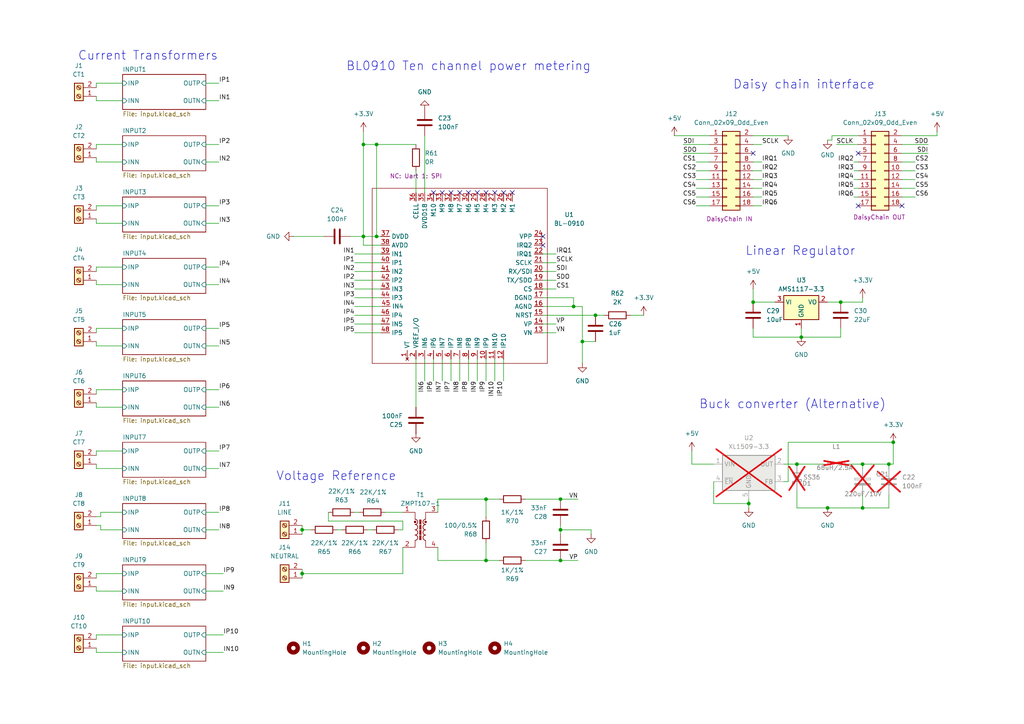
<source format=kicad_sch>
(kicad_sch (version 20231120) (generator "eeschema") (generator_version "8.0")
  (paper "A4")
  (lib_symbols
    (symbol "Connector:Screw_Terminal_01x02" (pin_names (offset 1.016) hide)
      (property "Reference" "J" (at 0 2.54 0))
      (property "Value" "Screw_Terminal_01x02" (at 0 -5.08 0))
      (symbol "Screw_Terminal_01x02_1_1"
        (pin passive line (at -5.08 0 0) (length 3.81) (name "Pin_1") (number "1"))
        (pin passive line (at -5.08 -2.54 0) (length 3.81) (name "Pin_2") (number "2"))
      )
    )
    (symbol "Connector_Generic:Conn_02x09_Odd_Even" (pin_names (offset 1.016) hide)
      (property "Reference" "J" (at 1.27 12.7 0))
      (property "Value" "Conn_02x09_Odd_Even" (at 1.27 -12.7 0))
      (symbol "Conn_02x09_Odd_Even_1_1"
        (pin passive line (at -5.08 10.16 0) (length 3.81) (name "Pin_1") (number "1"))
        (pin passive line (at 7.62 0 180) (length 3.81) (name "Pin_10") (number "10"))
        (pin passive line (at -5.08 -2.54 0) (length 3.81) (name "Pin_11") (number "11"))
        (pin passive line (at 7.62 -2.54 180) (length 3.81) (name "Pin_12") (number "12"))
        (pin passive line (at -5.08 -5.08 0) (length 3.81) (name "Pin_13") (number "13"))
        (pin passive line (at 7.62 -5.08 180) (length 3.81) (name "Pin_14") (number "14"))
        (pin passive line (at -5.08 -7.62 0) (length 3.81) (name "Pin_15") (number "15"))
        (pin passive line (at 7.62 -7.62 180) (length 3.81) (name "Pin_16") (number "16"))
        (pin passive line (at -5.08 -10.16 0) (length 3.81) (name "Pin_17") (number "17"))
        (pin passive line (at 7.62 -10.16 180) (length 3.81) (name "Pin_18") (number "18"))
        (pin passive line (at 7.62 10.16 180) (length 3.81) (name "Pin_2") (number "2"))
        (pin passive line (at -5.08 7.62 0) (length 3.81) (name "Pin_3") (number "3"))
        (pin passive line (at 7.62 7.62 180) (length 3.81) (name "Pin_4") (number "4"))
        (pin passive line (at -5.08 5.08 0) (length 3.81) (name "Pin_5") (number "5"))
        (pin passive line (at 7.62 5.08 180) (length 3.81) (name "Pin_6") (number "6"))
        (pin passive line (at -5.08 2.54 0) (length 3.81) (name "Pin_7") (number "7"))
        (pin passive line (at 7.62 2.54 180) (length 3.81) (name "Pin_8") (number "8"))
        (pin passive line (at -5.08 0 0) (length 3.81) (name "Pin_9") (number "9"))
      )
    )
    (symbol "Device:C" (pin_numbers hide) (pin_names (offset 0.254))
      (property "Reference" "C" (at 0.635 2.54 0))
      (property "Value" "C" (at 0.635 -2.54 0))
      (symbol "C_1_1"
        (pin passive line (at 0 3.81 270) (length 2.794) (name "~") (number "1"))
        (pin passive line (at 0 -3.81 90) (length 2.794) (name "~") (number "2"))
      )
    )
    (symbol "Device:C_Polarized" (pin_numbers hide) (pin_names (offset 0.254))
      (property "Reference" "C" (at 0.635 2.54 0))
      (property "Value" "C_Polarized" (at 0.635 -2.54 0))
      (symbol "C_Polarized_1_1"
        (pin passive line (at 0 3.81 270) (length 2.794) (name "~") (number "1"))
        (pin passive line (at 0 -3.81 90) (length 2.794) (name "~") (number "2"))
      )
    )
    (symbol "Device:L" (pin_numbers hide) (pin_names (offset 1.016) hide)
      (property "Reference" "L" (at -1.27 0 90))
      (property "Value" "L" (at 1.905 0 90))
      (symbol "L_1_1"
        (pin passive line (at 0 3.81 270) (length 1.27) (name "1") (number "1"))
        (pin passive line (at 0 -3.81 90) (length 1.27) (name "2") (number "2"))
      )
    )
    (symbol "Device:R" (pin_numbers hide) (pin_names (offset 0))
      (property "Reference" "R" (at 2.032 0 90))
      (property "Value" "R" (at 0 0 90))
      (symbol "R_1_1"
        (pin passive line (at 0 3.81 270) (length 1.27) (name "~") (number "1"))
        (pin passive line (at 0 -3.81 90) (length 1.27) (name "~") (number "2"))
      )
    )
    (symbol "Diode:SS36" (pin_numbers hide) (pin_names (offset 1.016) hide)
      (property "Reference" "D" (at 0 2.54 0))
      (property "Value" "SS36" (at 0 -2.54 0))
      (symbol "SS36_1_1"
        (pin passive line (at -3.81 0 0) (length 2.54) (name "K") (number "1"))
        (pin passive line (at 3.81 0 180) (length 2.54) (name "A") (number "2"))
      )
    )
    (symbol "MAS_Transformers:ZMPT107-1" (pin_names (offset 1.016))
      (property "Reference" "T" (at 0 6.35 0))
      (property "Value" "ZMPT107-1" (at 0 -6.985 0))
      (symbol "ZMPT107-1_1_1"
        (pin passive line (at -5.08 5.08 0) (length 2.54) (name "~") (number "1"))
        (pin passive line (at -5.08 -5.08 0) (length 2.54) (name "~") (number "2"))
        (pin passive line (at 5.08 5.08 180) (length 2.54) (name "~") (number "3"))
        (pin passive line (at 5.08 -5.08 180) (length 2.54) (name "~") (number "4"))
      )
    )
    (symbol "Mechanical:MountingHole" (pin_names (offset 1.016)) (exclude_from_sim yes) (in_bom no)
      (property "Reference" "H" (at 0 5.08 0))
      (property "Value" "MountingHole" (at 0 3.175 0))
    )
    (symbol "Regulator_Linear:AMS1117-3.3"
      (property "Reference" "U" (at -3.81 3.175 0))
      (property "Value" "AMS1117-3.3" (at 0 3.175 0))
      (symbol "AMS1117-3.3_1_1"
        (pin power_in line (at 0 -7.62 90) (length 2.54) (name "GND") (number "1"))
        (pin power_out line (at 7.62 0 180) (length 2.54) (name "VO") (number "2"))
        (pin power_in line (at -7.62 0 0) (length 2.54) (name "VI") (number "3"))
      )
    )
    (symbol "Regulator_Switching:XL1509-3.3"
      (property "Reference" "U" (at -7.112 6.096 0))
      (property "Value" "XL1509-3.3" (at 5.842 6.096 0))
      (symbol "XL1509-3.3_1_1"
        (pin power_in line (at -10.16 2.54 0) (length 2.54) (name "VIN") (number "1"))
        (pin power_out line (at 10.16 2.54 180) (length 2.54) (name "OUT") (number "2"))
        (pin input line (at 10.16 -2.54 180) (length 2.54) (name "FB") (number "3"))
        (pin input line (at -10.16 -2.54 0) (length 2.54) (name "~{EN}") (number "4"))
        (pin power_in line (at 0 -7.62 90) (length 2.54) (name "GND") (number "5"))
        (pin passive line (at 0 -7.62 90) (length 2.54) hide (name "GND") (number "6"))
        (pin passive line (at 0 -7.62 90) (length 2.54) hide (name "GND") (number "7"))
        (pin passive line (at 0 -7.62 90) (length 2.54) hide (name "GND") (number "8"))
      )
    )
    (symbol "bl-0910:BL0910"
      (property "Reference" "U" (at -0.254 -26.924 0))
      (property "Value" "BL-0910" (at 0 29.718 0))
      (symbol "BL0910_1_1"
        (pin no_connect line (at -15.24 -24.13 90) (length 2.54) (name "VT") (number "1"))
        (pin input line (at 7.62 -24.13 90) (length 2.54) (name "IP9") (number "10"))
        (pin input line (at 10.16 -24.13 90) (length 2.54) (name "IN10") (number "11"))
        (pin input line (at 12.7 -24.13 90) (length 2.54) (name "IP10") (number "12"))
        (pin input line (at 24.13 -16.51 180) (length 2.54) (name "VN") (number "13"))
        (pin input line (at 24.13 -13.97 180) (length 2.54) (name "VP") (number "14"))
        (pin input line (at 24.13 -11.43 180) (length 2.54) (name "NRST") (number "15"))
        (pin power_in line (at 24.13 -8.89 180) (length 2.54) (name "AGND") (number "16"))
        (pin power_in line (at 24.13 -6.35 180) (length 2.54) (name "DGND") (number "17"))
        (pin input line (at 24.13 -3.81 180) (length 2.54) (name "CS") (number "18"))
        (pin output line (at 24.13 -1.27 180) (length 2.54) (name "TX/SDO") (number "19"))
        (pin power_in line (at -12.7 -24.13 90) (length 2.54) (name "VREF_I/O") (number "2"))
        (pin input line (at 24.13 1.27 180) (length 2.54) (name "RX/SDI") (number "20"))
        (pin input line (at 24.13 3.81 180) (length 2.54) (name "SCLK") (number "21"))
        (pin output line (at 24.13 6.35 180) (length 2.54) (name "IRQ1") (number "22"))
        (pin output line (at 24.13 8.89 180) (length 2.54) (name "IRQ2") (number "23"))
        (pin power_in line (at 24.13 11.43 180) (length 2.54) (name "VPP") (number "24"))
        (pin output line (at 15.24 24.13 270) (length 2.54) (name "M1") (number "25"))
        (pin output line (at 12.7 24.13 270) (length 2.54) (name "M2") (number "26"))
        (pin output line (at 10.16 24.13 270) (length 2.54) (name "M3") (number "27"))
        (pin output line (at 7.62 24.13 270) (length 2.54) (name "M4") (number "28"))
        (pin output line (at 5.08 24.13 270) (length 2.54) (name "M5") (number "29"))
        (pin input line (at -10.16 -24.13 90) (length 2.54) (name "IN6") (number "3"))
        (pin output line (at 2.54 24.13 270) (length 2.54) (name "M6") (number "30"))
        (pin output line (at 0 24.13 270) (length 2.54) (name "M7") (number "31"))
        (pin output line (at -2.54 24.13 270) (length 2.54) (name "M8") (number "32"))
        (pin output line (at -5.08 24.13 270) (length 2.54) (name "M9") (number "33"))
        (pin output line (at -7.62 24.13 270) (length 2.54) (name "M10") (number "34"))
        (pin power_in line (at -10.16 24.13 270) (length 2.54) (name "DVDD18") (number "35"))
        (pin power_in line (at -12.7 24.13 270) (length 2.54) (name "CELL") (number "36"))
        (pin power_in line (at -22.86 11.43 0) (length 2.54) (name "DVDD") (number "37"))
        (pin power_in line (at -22.86 8.89 0) (length 2.54) (name "AVDD") (number "38"))
        (pin input line (at -22.86 6.35 0) (length 2.54) (name "IN1") (number "39"))
        (pin input line (at -7.62 -24.13 90) (length 2.54) (name "IP6") (number "4"))
        (pin input line (at -22.86 3.81 0) (length 2.54) (name "IP1") (number "40"))
        (pin input line (at -22.86 1.27 0) (length 2.54) (name "IN2") (number "41"))
        (pin input line (at -22.86 -1.27 0) (length 2.54) (name "IP2") (number "42"))
        (pin input line (at -22.86 -3.81 0) (length 2.54) (name "IN3") (number "43"))
        (pin input line (at -22.86 -6.35 0) (length 2.54) (name "IP3") (number "44"))
        (pin input line (at -22.6865 -8.8238 0) (length 2.54) (name "IN4") (number "45"))
        (pin input line (at -22.86 -11.43 0) (length 2.54) (name "IP4") (number "46"))
        (pin input line (at -22.86 -13.97 0) (length 2.54) (name "IN5") (number "47"))
        (pin input line (at -22.86 -16.51 0) (length 2.54) (name "IP5") (number "48"))
        (pin input line (at -5.08 -24.13 90) (length 2.54) (name "IN7") (number "5"))
        (pin input line (at -2.54 -24.13 90) (length 2.54) (name "IP7") (number "6"))
        (pin input line (at 0 -24.13 90) (length 2.54) (name "IN8") (number "7"))
        (pin input line (at 2.54 -24.13 90) (length 2.54) (name "IP8") (number "8"))
        (pin input line (at 5.08 -24.13 90) (length 2.54) (name "IN9") (number "9"))
      )
    )
    (symbol "power:+3.3V" (power) (pin_numbers hide) (pin_names (offset 0) hide)
      (property "Value" "+3.3V" (at 0 3.556 0))
      (symbol "+3.3V_1_1"
        (pin power_in line (at 0 0 90) (length 0) (name "~") (number "1"))
      )
    )
    (symbol "power:+5V" (power) (pin_numbers hide) (pin_names (offset 0) hide)
      (property "Value" "+5V" (at 0 3.556 0))
      (symbol "+5V_1_1"
        (pin power_in line (at 0 0 90) (length 0) (name "~") (number "1"))
      )
    )
    (symbol "power:GND" (power) (pin_numbers hide) (pin_names (offset 0) hide)
      (property "Value" "GND" (at 0 -3.81 0))
      (symbol "GND_1_1"
        (pin power_in line (at 0 0 270) (length 0) (name "~") (number "1"))
      )
    )
  )
  (junction (at 140.97 162.56))
  (junction (at 232.41 97.79))
  (junction (at 162.56 162.56))
  (junction (at 231.14 134.62))
  (junction (at 109.22 41.91))
  (junction (at 140.97 144.78))
  (junction (at 168.91 99.06))
  (junction (at 109.22 68.58))
  (junction (at 240.03 147.32))
  (junction (at 172.72 91.44))
  (junction (at 259.08 128.27))
  (junction (at 250.19 147.32))
  (junction (at 162.56 153.67))
  (junction (at 166.37 88.9))
  (junction (at 257.81 134.62))
  (junction (at 105.41 68.58))
  (junction (at 217.17 146.05))
  (junction (at 87.63 166.37))
  (junction (at 250.19 134.62))
  (junction (at 105.41 41.91))
  (junction (at 218.44 87.63))
  (junction (at 87.63 153.67))
  (junction (at 162.56 144.78))
  (junction (at 243.84 87.63))
  (no_connect (at 157.48 68.58))
  (no_connect (at 130.81 55.88))
  (no_connect (at 248.92 59.69))
  (no_connect (at 133.35 55.88))
  (no_connect (at 157.48 71.12))
  (no_connect (at 140.97 55.88))
  (no_connect (at 143.51 55.88))
  (no_connect (at 148.59 55.88))
  (no_connect (at 125.73 55.88))
  (no_connect (at 138.43 55.88))
  (no_connect (at 218.44 44.45))
  (no_connect (at 261.62 59.69))
  (no_connect (at 135.89 55.88))
  (no_connect (at 248.92 44.45))
  (no_connect (at 146.05 55.88))
  (no_connect (at 128.27 55.88))
  (wire (pts (xy 116.84 148.59) (xy 111.76 148.59)))
  (wire (pts (xy 261.62 49.53) (xy 265.43 49.53)))
  (wire (pts (xy 27.94 118.11) (xy 27.94 116.84)))
  (wire (pts (xy 27.94 29.21) (xy 35.56 29.21)))
  (wire (pts (xy 259.08 128.27) (xy 259.08 134.62)))
  (wire (pts (xy 261.62 46.99) (xy 265.43 46.99)))
  (wire (pts (xy 102.87 76.2) (xy 110.49 76.2)))
  (wire (pts (xy 27.94 135.89) (xy 27.94 134.62)))
  (wire (pts (xy 27.94 64.77) (xy 35.56 64.77)))
  (wire (pts (xy 97.79 153.67) (xy 99.06 153.67)))
  (wire (pts (xy 110.49 71.12) (xy 105.41 71.12)))
  (wire (pts (xy 231.14 147.32) (xy 231.14 142.24)))
  (wire (pts (xy 116.84 166.37) (xy 87.63 166.37)))
  (wire (pts (xy 127 148.59) (xy 127 144.78)))
  (wire (pts (xy 140.97 162.56) (xy 140.97 157.48)))
  (wire (pts (xy 218.44 87.63) (xy 224.79 87.63)))
  (wire (pts (xy 104.14 148.59) (xy 102.87 148.59)))
  (wire (pts (xy 157.48 76.2) (xy 161.29 76.2)))
  (wire (pts (xy 167.64 162.56) (xy 162.56 162.56)))
  (wire (pts (xy 144.78 144.78) (xy 140.97 144.78)))
  (wire (pts (xy 243.84 95.25) (xy 243.84 97.79)))
  (wire (pts (xy 201.93 57.15) (xy 205.74 57.15)))
  (wire (pts (xy 29.21 148.59) (xy 35.56 148.59)))
  (wire (pts (xy 167.64 144.78) (xy 162.56 144.78)))
  (wire (pts (xy 59.69 148.59) (xy 63.5 148.59)))
  (wire (pts (xy 195.58 39.37) (xy 205.74 39.37)))
  (wire (pts (xy 87.63 166.37) (xy 87.63 167.64)))
  (wire (pts (xy 115.57 153.67) (xy 116.84 153.67)))
  (wire (pts (xy 127 144.78) (xy 140.97 144.78)))
  (wire (pts (xy 218.44 59.69) (xy 220.98 59.69)))
  (wire (pts (xy 247.65 49.53) (xy 248.92 49.53)))
  (wire (pts (xy 59.69 100.33) (xy 63.5 100.33)))
  (wire (pts (xy 102.87 91.44) (xy 110.49 91.44)))
  (wire (pts (xy 123.19 55.88) (xy 123.19 39.37)))
  (wire (pts (xy 59.69 135.89) (xy 63.5 135.89)))
  (wire (pts (xy 261.62 39.37) (xy 271.78 39.37)))
  (wire (pts (xy 201.93 59.69) (xy 205.74 59.69)))
  (wire (pts (xy 102.87 81.28) (xy 110.49 81.28)))
  (wire (pts (xy 261.62 57.15) (xy 265.43 57.15)))
  (wire (pts (xy 27.94 95.25) (xy 35.56 95.25)))
  (wire (pts (xy 168.91 105.41) (xy 168.91 99.06)))
  (wire (pts (xy 172.72 91.44) (xy 175.26 91.44)))
  (wire (pts (xy 247.65 57.15) (xy 248.92 57.15)))
  (wire (pts (xy 27.94 81.28) (xy 27.94 82.55)))
  (wire (pts (xy 157.48 81.28) (xy 161.29 81.28)))
  (wire (pts (xy 157.48 73.66) (xy 161.29 73.66)))
  (wire (pts (xy 257.81 143.51) (xy 257.81 147.32)))
  (wire (pts (xy 231.14 147.32) (xy 240.03 147.32)))
  (wire (pts (xy 102.87 86.36) (xy 110.49 86.36)))
  (wire (pts (xy 29.21 149.86) (xy 27.94 149.86)))
  (wire (pts (xy 59.69 46.99) (xy 63.5 46.99)))
  (wire (pts (xy 87.63 165.1) (xy 87.63 166.37)))
  (wire (pts (xy 105.41 38.1) (xy 105.41 41.91)))
  (wire (pts (xy 27.94 113.03) (xy 27.94 114.3)))
  (wire (pts (xy 27.94 135.89) (xy 35.56 135.89)))
  (wire (pts (xy 271.78 39.37) (xy 271.78 38.1)))
  (wire (pts (xy 250.19 135.89) (xy 250.19 134.62)))
  (wire (pts (xy 250.19 143.51) (xy 250.19 147.32)))
  (wire (pts (xy 59.69 153.67) (xy 63.5 153.67)))
  (wire (pts (xy 59.69 59.69) (xy 63.5 59.69)))
  (wire (pts (xy 27.94 166.37) (xy 35.56 166.37)))
  (wire (pts (xy 144.78 162.56) (xy 140.97 162.56)))
  (wire (pts (xy 217.17 146.05) (xy 217.17 147.32)))
  (wire (pts (xy 261.62 54.61) (xy 265.43 54.61)))
  (wire (pts (xy 157.48 88.9) (xy 166.37 88.9)))
  (wire (pts (xy 207.01 139.7) (xy 207.01 146.05)))
  (wire (pts (xy 135.89 104.14) (xy 135.89 110.49)))
  (wire (pts (xy 87.63 152.4) (xy 87.63 153.67)))
  (wire (pts (xy 102.87 88.9) (xy 110.49 88.9)))
  (wire (pts (xy 109.22 68.58) (xy 109.22 41.91)))
  (wire (pts (xy 140.97 104.14) (xy 140.97 110.49)))
  (wire (pts (xy 250.19 147.32) (xy 257.81 147.32)))
  (wire (pts (xy 95.25 151.13) (xy 116.84 151.13)))
  (wire (pts (xy 217.17 144.78) (xy 217.17 146.05)))
  (wire (pts (xy 240.03 40.64) (xy 241.3 40.64)))
  (wire (pts (xy 102.87 83.82) (xy 110.49 83.82)))
  (wire (pts (xy 105.41 68.58) (xy 105.41 71.12)))
  (wire (pts (xy 128.27 104.14) (xy 128.27 110.49)))
  (wire (pts (xy 232.41 97.79) (xy 243.84 97.79)))
  (wire (pts (xy 59.69 171.45) (xy 64.77 171.45)))
  (wire (pts (xy 27.94 41.91) (xy 27.94 43.18)))
  (wire (pts (xy 201.93 54.61) (xy 205.74 54.61)))
  (wire (pts (xy 168.91 99.06) (xy 172.72 99.06)))
  (wire (pts (xy 106.68 153.67) (xy 107.95 153.67)))
  (wire (pts (xy 59.69 166.37) (xy 64.77 166.37)))
  (wire (pts (xy 116.84 151.13) (xy 116.84 153.67)))
  (wire (pts (xy 59.69 118.11) (xy 63.5 118.11)))
  (wire (pts (xy 247.65 52.07) (xy 248.92 52.07)))
  (wire (pts (xy 218.44 52.07) (xy 220.98 52.07)))
  (wire (pts (xy 59.69 130.81) (xy 63.5 130.81)))
  (wire (pts (xy 27.94 189.23) (xy 27.94 187.96)))
  (wire (pts (xy 120.65 49.53) (xy 120.65 55.88)))
  (wire (pts (xy 102.87 96.52) (xy 110.49 96.52)))
  (wire (pts (xy 105.41 41.91) (xy 109.22 41.91)))
  (wire (pts (xy 127 162.56) (xy 140.97 162.56)))
  (wire (pts (xy 59.69 184.15) (xy 64.77 184.15)))
  (wire (pts (xy 27.94 77.47) (xy 27.94 78.74)))
  (wire (pts (xy 182.88 91.44) (xy 186.69 91.44)))
  (wire (pts (xy 200.66 130.81) (xy 200.66 134.62)))
  (wire (pts (xy 29.21 148.59) (xy 29.21 149.86)))
  (wire (pts (xy 218.44 97.79) (xy 232.41 97.79)))
  (wire (pts (xy 59.69 189.23) (xy 64.77 189.23)))
  (wire (pts (xy 59.69 95.25) (xy 63.5 95.25)))
  (wire (pts (xy 105.41 41.91) (xy 105.41 68.58)))
  (wire (pts (xy 59.69 82.55) (xy 63.5 82.55)))
  (wire (pts (xy 157.48 91.44) (xy 172.72 91.44)))
  (wire (pts (xy 125.73 104.14) (xy 125.73 110.49)))
  (wire (pts (xy 27.94 166.37) (xy 27.94 167.64)))
  (wire (pts (xy 130.81 104.14) (xy 130.81 110.49)))
  (wire (pts (xy 27.94 64.77) (xy 27.94 63.5)))
  (wire (pts (xy 27.94 132.08) (xy 27.94 130.81)))
  (wire (pts (xy 231.14 134.62) (xy 238.76 134.62)))
  (wire (pts (xy 27.94 170.18) (xy 27.94 171.45)))
  (wire (pts (xy 171.45 153.67) (xy 171.45 154.94)))
  (wire (pts (xy 218.44 46.99) (xy 220.98 46.99)))
  (wire (pts (xy 120.65 104.14) (xy 120.65 118.11)))
  (wire (pts (xy 27.94 184.15) (xy 35.56 184.15)))
  (wire (pts (xy 247.65 46.99) (xy 248.92 46.99)))
  (wire (pts (xy 116.84 158.75) (xy 116.84 166.37)))
  (wire (pts (xy 27.94 29.21) (xy 27.94 27.94)))
  (wire (pts (xy 109.22 68.58) (xy 110.49 68.58)))
  (wire (pts (xy 227.33 134.62) (xy 231.14 134.62)))
  (wire (pts (xy 157.48 78.74) (xy 161.29 78.74)))
  (wire (pts (xy 228.6 128.27) (xy 259.08 128.27)))
  (wire (pts (xy 250.19 134.62) (xy 257.81 134.62)))
  (wire (pts (xy 27.94 46.99) (xy 35.56 46.99)))
  (wire (pts (xy 27.94 77.47) (xy 35.56 77.47)))
  (wire (pts (xy 232.41 95.25) (xy 232.41 97.79)))
  (wire (pts (xy 201.93 52.07) (xy 205.74 52.07)))
  (wire (pts (xy 27.94 171.45) (xy 35.56 171.45)))
  (wire (pts (xy 162.56 144.78) (xy 152.4 144.78)))
  (wire (pts (xy 90.17 153.67) (xy 87.63 153.67)))
  (wire (pts (xy 201.93 46.99) (xy 205.74 46.99)))
  (wire (pts (xy 257.81 135.89) (xy 257.81 134.62)))
  (wire (pts (xy 269.24 41.91) (xy 261.62 41.91)))
  (wire (pts (xy 29.21 153.67) (xy 35.56 153.67)))
  (wire (pts (xy 168.91 99.06) (xy 168.91 88.9)))
  (wire (pts (xy 87.63 153.67) (xy 87.63 154.94)))
  (wire (pts (xy 140.97 144.78) (xy 140.97 149.86)))
  (wire (pts (xy 59.69 64.77) (xy 63.5 64.77)))
  (wire (pts (xy 138.43 104.14) (xy 138.43 110.49)))
  (wire (pts (xy 247.65 54.61) (xy 248.92 54.61)))
  (wire (pts (xy 29.21 153.67) (xy 29.21 152.4)))
  (wire (pts (xy 146.05 104.14) (xy 146.05 110.49)))
  (wire (pts (xy 123.19 104.14) (xy 123.19 110.49)))
  (wire (pts (xy 157.48 83.82) (xy 161.29 83.82)))
  (wire (pts (xy 157.48 93.98) (xy 161.29 93.98)))
  (wire (pts (xy 200.66 134.62) (xy 207.01 134.62)))
  (wire (pts (xy 27.94 130.81) (xy 35.56 130.81)))
  (wire (pts (xy 198.12 44.45) (xy 205.74 44.45)))
  (wire (pts (xy 59.69 77.47) (xy 63.5 77.47)))
  (wire (pts (xy 102.87 78.74) (xy 110.49 78.74)))
  (wire (pts (xy 166.37 88.9) (xy 168.91 88.9)))
  (wire (pts (xy 246.38 134.62) (xy 250.19 134.62)))
  (wire (pts (xy 27.94 189.23) (xy 35.56 189.23)))
  (wire (pts (xy 102.87 93.98) (xy 110.49 93.98)))
  (wire (pts (xy 27.94 99.06) (xy 27.94 100.33)))
  (wire (pts (xy 127 158.75) (xy 127 162.56)))
  (wire (pts (xy 218.44 54.61) (xy 220.98 54.61)))
  (wire (pts (xy 218.44 49.53) (xy 220.98 49.53)))
  (wire (pts (xy 133.35 104.14) (xy 133.35 110.49)))
  (wire (pts (xy 257.81 134.62) (xy 259.08 134.62)))
  (wire (pts (xy 162.56 154.94) (xy 162.56 153.67)))
  (wire (pts (xy 157.48 96.52) (xy 161.29 96.52)))
  (wire (pts (xy 269.24 44.45) (xy 261.62 44.45)))
  (wire (pts (xy 59.69 29.21) (xy 63.5 29.21)))
  (wire (pts (xy 29.21 152.4) (xy 27.94 152.4)))
  (wire (pts (xy 27.94 118.11) (xy 35.56 118.11)))
  (wire (pts (xy 241.3 40.64) (xy 241.3 39.37)))
  (wire (pts (xy 59.69 113.03) (xy 63.5 113.03)))
  (wire (pts (xy 59.69 41.91) (xy 63.5 41.91)))
  (wire (pts (xy 27.94 100.33) (xy 35.56 100.33)))
  (wire (pts (xy 218.44 95.25) (xy 218.44 97.79)))
  (wire (pts (xy 101.6 68.58) (xy 105.41 68.58)))
  (wire (pts (xy 27.94 113.03) (xy 35.56 113.03)))
  (wire (pts (xy 105.41 68.58) (xy 109.22 68.58)))
  (wire (pts (xy 218.44 39.37) (xy 228.6 39.37)))
  (wire (pts (xy 228.6 139.7) (xy 228.6 128.27)))
  (wire (pts (xy 27.94 59.69) (xy 35.56 59.69)))
  (wire (pts (xy 207.01 146.05) (xy 217.17 146.05)))
  (wire (pts (xy 171.45 153.67) (xy 162.56 153.67)))
  (wire (pts (xy 157.48 86.36) (xy 166.37 86.36)))
  (wire (pts (xy 240.03 87.63) (xy 243.84 87.63)))
  (wire (pts (xy 93.98 68.58) (xy 85.09 68.58)))
  (wire (pts (xy 27.94 24.13) (xy 27.94 25.4)))
  (wire (pts (xy 143.51 104.14) (xy 143.51 110.49)))
  (wire (pts (xy 109.22 41.91) (xy 120.65 41.91)))
  (wire (pts (xy 27.94 41.91) (xy 35.56 41.91)))
  (wire (pts (xy 240.03 147.32) (xy 250.19 147.32)))
  (wire (pts (xy 27.94 95.25) (xy 27.94 96.52)))
  (wire (pts (xy 218.44 83.82) (xy 218.44 87.63)))
  (wire (pts (xy 162.56 153.67) (xy 162.56 152.4)))
  (wire (pts (xy 241.3 39.37) (xy 248.92 39.37)))
  (wire (pts (xy 242.57 41.91) (xy 248.92 41.91)))
  (wire (pts (xy 243.84 87.63) (xy 250.19 87.63)))
  (wire (pts (xy 27.94 82.55) (xy 35.56 82.55)))
  (wire (pts (xy 162.56 162.56) (xy 152.4 162.56)))
  (wire (pts (xy 59.69 24.13) (xy 63.5 24.13)))
  (wire (pts (xy 102.87 73.66) (xy 110.49 73.66)))
  (wire (pts (xy 27.94 60.96) (xy 27.94 59.69)))
  (wire (pts (xy 218.44 57.15) (xy 220.98 57.15)))
  (wire (pts (xy 166.37 86.36) (xy 166.37 88.9)))
  (wire (pts (xy 27.94 24.13) (xy 35.56 24.13)))
  (wire (pts (xy 198.12 41.91) (xy 205.74 41.91)))
  (wire (pts (xy 261.62 52.07) (xy 265.43 52.07)))
  (wire (pts (xy 27.94 45.72) (xy 27.94 46.99)))
  (wire (pts (xy 250.19 86.36) (xy 250.19 87.63)))
  (wire (pts (xy 201.93 49.53) (xy 205.74 49.53)))
  (wire (pts (xy 95.25 148.59) (xy 95.25 151.13)))
  (wire (pts (xy 218.44 41.91) (xy 220.98 41.91)))
  (wire (pts (xy 227.33 139.7) (xy 228.6 139.7)))
  (wire (pts (xy 27.94 184.15) (xy 27.94 185.42)))
  (text "Voltage Reference" (at 97.536 138.176 0) (effects (font (size 2.54 2.54))))
  (text "Buck converter (Alternative)" (at 229.87 117.348 0) (effects (font (size 2.54 2.54))))
  (text "Daisy chain interface" (at 233.172 24.638 0) (effects (font (size 2.54 2.54))))
  (text "Linear Regulator" (at 232.156 72.898 0) (effects (font (size 2.54 2.54))))
  (text "Current Transformers" (at 42.926 16.256 0) (effects (font (size 2.54 2.54))))
  (text "BL0910 Ten channel power metering" (at 135.89 19.304 0) (effects (font (size 2.54 2.54))))
  (label "IP3" (at 102.87 86.36 180))
  (label "IN2" (at 102.87 78.74 180))
  (label "CS1" (at 201.93 46.99 180))
  (label "IN7" (at 128.27 110.49 270))
  (label "SDO" (at 198.12 44.45 0))
  (label "IP10" (at 146.05 110.49 270))
  (label "IRQ1" (at 161.29 73.66 0))
  (label "IRQ2" (at 247.65 46.99 180))
  (label "IN9" (at 138.43 110.49 270))
  (label "IRQ5" (at 247.65 54.61 180))
  (label "IRQ3" (at 247.65 49.53 180))
  (label "IN3" (at 63.5 64.77 0))
  (label "SCLK" (at 161.29 76.2 0))
  (label "CS2" (at 201.93 49.53 180))
  (label "IP4" (at 102.87 91.44 180))
  (label "CS3" (at 201.93 52.07 180))
  (label "IN7" (at 63.5 135.89 0))
  (label "IP3" (at 63.5 59.69 0))
  (label "IN8" (at 133.35 110.49 270))
  (label "IRQ3" (at 220.98 52.07 0))
  (label "CS6" (at 201.93 59.69 180))
  (label "SDI" (at 161.29 78.74 0))
  (label "IP7" (at 63.5 130.81 0))
  (label "IRQ1" (at 220.98 46.99 0))
  (label "IP9" (at 140.97 110.49 270))
  (label "VN" (at 161.29 96.52 0))
  (label "IRQ6" (at 247.65 57.15 180))
  (label "VP" (at 161.29 93.98 0))
  (label "CS4" (at 265.43 52.07 0))
  (label "IN2" (at 63.5 46.99 0))
  (label "IP5" (at 102.87 96.52 180))
  (label "CS5" (at 265.43 54.61 0))
  (label "IN1" (at 63.5 29.21 0))
  (label "IN10" (at 64.77 189.23 0))
  (label "IP2" (at 102.87 81.28 180))
  (label "IP9" (at 64.77 166.37 0))
  (label "IN1" (at 102.87 73.66 180))
  (label "IP8" (at 135.89 110.49 270))
  (label "IP4" (at 63.5 77.47 0))
  (label "IRQ2" (at 220.98 49.53 0))
  (label "SCLK" (at 220.98 41.91 0))
  (label "IP8" (at 63.5 148.59 0))
  (label "VN" (at 167.64 144.78 180))
  (label "IP6" (at 63.5 113.03 0))
  (label "SDO" (at 161.29 81.28 0))
  (label "IN4" (at 63.5 82.55 0))
  (label "CS1" (at 161.29 83.82 0))
  (label "SDO" (at 269.24 41.91 180))
  (label "IP7" (at 130.81 110.49 270))
  (label "IN8" (at 63.5 153.67 0))
  (label "CS2" (at 265.43 46.99 0))
  (label "IP5" (at 102.87 93.98 180))
  (label "IN6" (at 63.5 118.11 0))
  (label "IP6" (at 125.73 110.49 270))
  (label "IRQ4" (at 220.98 54.61 0))
  (label "IP2" (at 63.5 41.91 0))
  (label "IN6" (at 123.19 110.49 270))
  (label "CS6" (at 265.43 57.15 0))
  (label "SDI" (at 269.24 44.45 180))
  (label "IN4" (at 102.87 88.9 180))
  (label "IRQ5" (at 220.98 57.15 0))
  (label "IRQ6" (at 220.98 59.69 0))
  (label "CS5" (at 201.93 57.15 180))
  (label "IP10" (at 64.77 184.15 0))
  (label "IP1" (at 63.5 24.13 0))
  (label "CS3" (at 265.43 49.53 0))
  (label "IN3" (at 102.87 83.82 180))
  (label "SDI" (at 198.12 41.91 0))
  (label "CS4" (at 201.93 54.61 180))
  (label "VP" (at 167.64 162.56 180))
  (label "IP1" (at 102.87 76.2 180))
  (label "IP5" (at 63.5 95.25 0))
  (label "IN9" (at 64.77 171.45 0))
  (label "SCLK" (at 242.57 41.91 0))
  (label "IN5" (at 63.5 100.33 0))
  (label "IRQ4" (at 247.65 52.07 180))
  (label "IN10" (at 143.51 110.49 270))
  (symbol (lib_id "Mechanical:MountingHole") (at 143.51 187.96 0) (unit 1) (exclude_from_sim yes) (in_bom no)
    (property "Reference" "H4" (at 146.05 186.6899 0) (effects (justify left)))
    (property "Value" "MountingHole" (at 146.05 189.2299 0) (effects (justify left)))
    (property "Footprint" "MountingHole:MountingHole_2.2mm_M2_Pad" (effects (hide yes)))
    (property "Description" "Mounting Hole without connection" (effects (hide yes)))
  )
  (symbol (lib_id "Connector:Screw_Terminal_01x02") (at 82.55 167.64 180) (unit 1)
    (property "Reference" "J14" (at 82.55 158.75 0))
    (property "Value" "NEUTRAL" (at 82.55 161.29 0))
    (property "Footprint" "TerminalBlock_Phoenix:TerminalBlock_Phoenix_MKDS-1,5-2_1x02_P5.00mm_Horizontal" (effects (hide yes)))
    (property "Description" "Generic screw terminal, single row, 01x02, script generated (kicad-library-utils/schlib/autogen/connector/)" (effects (hide yes)))
  )
  (symbol (lib_id "power:+3.3V") (at 259.08 128.27 0) (unit 1)
    (property "Reference" "#PWR022" (effects (hide yes)))
    (property "Value" "+3.3V" (at 259.08 123.19 0))
    (property "Description" "Power symbol creates a global label with name \"+3.3V\"" (effects (hide yes)))
  )
  (symbol (lib_id "power:GND") (at 85.09 68.58 270) (unit 1)
    (property "Reference" "#PWR027" (effects (hide yes)))
    (property "Value" "GND" (at 81.28 68.5799 90) (effects (justify right)))
    (property "Description" "Power symbol creates a global label with name \"GND\" , ground" (effects (hide yes)))
  )
  (symbol (lib_id "Device:C") (at 172.72 95.25 0) (unit 1)
    (property "Reference" "C26" (at 176.53 93.9799 0) (effects (justify left)))
    (property "Value" "1uF" (at 176.53 96.5199 0) (effects (justify left)))
    (property "Footprint" "Capacitor_SMD:C_0603_1608Metric" (effects (hide yes)))
    (property "Description" "Unpolarized capacitor" (effects (hide yes)))
  )
  (symbol (lib_id "MAS_Transformers:ZMPT107-1") (at 121.92 153.67 0) (unit 1)
    (property "Reference" "T1" (at 121.92 143.51 0))
    (property "Value" "ZMPT107-1" (at 121.92 146.05 0))
    (property "Footprint" "MAS_Package_nostd:ZMPT107-1" (effects (hide yes)))
    (property "Datasheet" "https://datasheet.lcsc.com/szlcsc/1810261622_Qingxian-Zeming-Langxi-Elec-ZMPT107-1_C125191.pdf" (effects (hide yes)))
    (property "Description" "Current-type voltage transformer" (effects (hide yes)))
  )
  (symbol (lib_id "power:+5V") (at 271.78 38.1 0) (unit 1)
    (property "Reference" "#PWR035" (effects (hide yes)))
    (property "Value" "+5V" (at 271.78 33.02 0))
    (property "Description" "Power symbol creates a global label with name \"+5V\"" (effects (hide yes)))
  )
  (symbol (lib_id "Device:R") (at 111.76 153.67 270) (unit 1)
    (property "Reference" "R67" (at 111.76 160.02 90))
    (property "Value" "22K/1%" (at 111.76 157.48 90))
    (property "Footprint" "Resistor_SMD:R_0603_1608Metric" (effects (hide yes)))
    (property "Description" "Resistor" (effects (hide yes)))
  )
  (symbol (lib_id "Device:C_Polarized") (at 250.19 139.7 0) (unit 1) (exclude_from_sim yes) (in_bom no) (dnp yes)
    (property "Reference" "C21" (at 254 137.5409 0) (effects (justify left)))
    (property "Value" "220uF/10V" (at 244.856 143.256 0) (effects (justify left)))
    (property "Description" "Polarized capacitor" (effects (hide yes)))
  )
  (symbol (lib_id "Connector:Screw_Terminal_01x02") (at 22.86 99.06 180) (unit 1)
    (property "Reference" "J5" (at 22.86 90.17 0))
    (property "Value" "CT5" (at 22.86 92.71 0))
    (property "Footprint" "TerminalBlock_Phoenix:TerminalBlock_Phoenix_MKDS-1,5-2_1x02_P5.00mm_Horizontal" (effects (hide yes)))
    (property "Description" "Generic screw terminal, single row, 01x02, script generated (kicad-library-utils/schlib/autogen/connector/)" (effects (hide yes)))
  )
  (symbol (lib_id "Device:R") (at 120.65 45.72 0) (unit 1)
    (property "Reference" "R61" (at 123.19 44.4499 0) (effects (justify left)))
    (property "Value" "0R" (at 123.19 46.9899 0) (effects (justify left)))
    (property "Footprint" "Resistor_SMD:R_0603_1608Metric" (effects (hide yes)))
    (property "Description" "NC: Uart 1: SPI" (at 120.65 51.054 0))
  )
  (symbol (lib_id "Mechanical:MountingHole") (at 105.41 187.96 0) (unit 1) (exclude_from_sim yes) (in_bom no)
    (property "Reference" "H2" (at 107.95 186.6899 0) (effects (justify left)))
    (property "Value" "MountingHole" (at 107.95 189.2299 0) (effects (justify left)))
    (property "Footprint" "MountingHole:MountingHole_2.2mm_M2_Pad" (effects (hide yes)))
    (property "Description" "Mounting Hole without connection" (effects (hide yes)))
  )
  (symbol (lib_id "Connector:Screw_Terminal_01x02") (at 22.86 152.4 180) (unit 1)
    (property "Reference" "J8" (at 22.86 143.51 0))
    (property "Value" "CT8" (at 22.86 146.05 0))
    (property "Footprint" "TerminalBlock_Phoenix:TerminalBlock_Phoenix_MKDS-1,5-2_1x02_P5.00mm_Horizontal" (effects (hide yes)))
    (property "Description" "Generic screw terminal, single row, 01x02, script generated (kicad-library-utils/schlib/autogen/connector/)" (effects (hide yes)))
  )
  (symbol (lib_id "Connector:Screw_Terminal_01x02") (at 22.86 27.94 180) (unit 1)
    (property "Reference" "J1" (at 22.86 19.05 0))
    (property "Value" "CT1" (at 22.86 21.59 0))
    (property "Footprint" "TerminalBlock_Phoenix:TerminalBlock_Phoenix_MKDS-1,5-2_1x02_P5.00mm_Horizontal" (effects (hide yes)))
    (property "Description" "Generic screw terminal, single row, 01x02, script generated (kicad-library-utils/schlib/autogen/connector/)" (effects (hide yes)))
  )
  (symbol (lib_id "Device:R") (at 140.97 153.67 0) (unit 1)
    (property "Reference" "R68" (at 138.43 154.9401 0) (effects (justify right)))
    (property "Value" "100/0.5%" (at 138.43 152.4001 0) (effects (justify right)))
    (property "Footprint" "Resistor_SMD:R_0603_1608Metric" (effects (hide yes)))
    (property "Description" "Resistor" (effects (hide yes)))
  )
  (symbol (lib_id "Connector:Screw_Terminal_01x02") (at 22.86 116.84 180) (unit 1)
    (property "Reference" "J6" (at 22.86 107.95 0))
    (property "Value" "CT6" (at 22.86 110.49 0))
    (property "Footprint" "TerminalBlock_Phoenix:TerminalBlock_Phoenix_MKDS-1,5-2_1x02_P5.00mm_Horizontal" (effects (hide yes)))
    (property "Description" "Generic screw terminal, single row, 01x02, script generated (kicad-library-utils/schlib/autogen/connector/)" (effects (hide yes)))
  )
  (symbol (lib_id "power:GND") (at 171.45 154.94 0) (unit 1)
    (property "Reference" "#PWR031" (effects (hide yes)))
    (property "Value" "GND" (at 171.45 160.02 0))
    (property "Description" "Power symbol creates a global label with name \"GND\" , ground" (effects (hide yes)))
  )
  (symbol (lib_id "power:GND") (at 120.65 125.73 0) (unit 1)
    (property "Reference" "#PWR028" (effects (hide yes)))
    (property "Value" "GND" (at 120.65 130.81 0))
    (property "Description" "Power symbol creates a global label with name \"GND\" , ground" (effects (hide yes)))
  )
  (symbol (lib_id "power:GND") (at 123.19 31.75 180) (unit 1)
    (property "Reference" "#PWR026" (effects (hide yes)))
    (property "Value" "GND" (at 123.19 26.67 0))
    (property "Description" "Power symbol creates a global label with name \"GND\" , ground" (effects (hide yes)))
  )
  (symbol (lib_id "Connector:Screw_Terminal_01x02") (at 22.86 170.18 180) (unit 1)
    (property "Reference" "J9" (at 22.86 161.29 0))
    (property "Value" "CT9" (at 22.86 163.83 0))
    (property "Footprint" "TerminalBlock_Phoenix:TerminalBlock_Phoenix_MKDS-1,5-2_1x02_P5.00mm_Horizontal" (effects (hide yes)))
    (property "Description" "Generic screw terminal, single row, 01x02, script generated (kicad-library-utils/schlib/autogen/connector/)" (effects (hide yes)))
  )
  (symbol (lib_id "Connector:Screw_Terminal_01x02") (at 22.86 63.5 180) (unit 1)
    (property "Reference" "J3" (at 22.86 54.61 0))
    (property "Value" "CT3" (at 22.86 57.15 0))
    (property "Footprint" "TerminalBlock_Phoenix:TerminalBlock_Phoenix_MKDS-1,5-2_1x02_P5.00mm_Horizontal" (effects (hide yes)))
    (property "Description" "Generic screw terminal, single row, 01x02, script generated (kicad-library-utils/schlib/autogen/connector/)" (effects (hide yes)))
  )
  (symbol (lib_id "Regulator_Switching:XL1509-3.3") (at 217.17 137.16 0) (unit 1) (exclude_from_sim yes) (in_bom no) (dnp yes)
    (property "Reference" "U2" (at 217.17 127 0))
    (property "Value" "XL1509-3.3" (at 217.17 129.54 0))
    (property "Footprint" "Package_SO:SOIC-8_3.9x4.9mm_P1.27mm" (effects (hide yes)))
    (property "Datasheet" "https://datasheet.lcsc.com/lcsc/1809050422_XLSEMI-XL1509-5-0E1_C61063.pdf" (effects (hide yes)))
    (property "Description" "Buck DC/DC Converter, 2A, 3.3V Output Voltage, 4.5-40V Input Voltage" (effects (hide yes)))
    (property "JLCPCB" "C61063" (effects (hide yes)))
  )
  (symbol (lib_id "Device:C") (at 97.79 68.58 90) (unit 1)
    (property "Reference" "C24" (at 97.79 60.96 90))
    (property "Value" "100nF" (at 97.79 63.5 90))
    (property "Footprint" "Capacitor_SMD:C_0603_1608Metric" (effects (hide yes)))
    (property "Description" "Unpolarized capacitor" (effects (hide yes)))
  )
  (symbol (lib_id "power:GND") (at 168.91 105.41 0) (unit 1)
    (property "Reference" "#PWR029" (effects (hide yes)))
    (property "Value" "GND" (at 168.91 110.49 0))
    (property "Description" "Power symbol creates a global label with name \"GND\" , ground" (effects (hide yes)))
  )
  (symbol (lib_id "Device:R") (at 179.07 91.44 90) (unit 1)
    (property "Reference" "R62" (at 179.07 85.09 90))
    (property "Value" "2K" (at 179.07 87.63 90))
    (property "Footprint" "Resistor_SMD:R_0603_1608Metric" (effects (hide yes)))
    (property "Description" "Resistor" (effects (hide yes)))
  )
  (symbol (lib_id "power:+5V") (at 200.66 130.81 0) (unit 1)
    (property "Reference" "#PWR037" (effects (hide yes)))
    (property "Value" "+5V" (at 200.66 125.73 0))
    (property "Description" "Power symbol creates a global label with name \"+5V\"" (effects (hide yes)))
  )
  (symbol (lib_id "Device:C") (at 218.44 91.44 0) (unit 1)
    (property "Reference" "C29" (at 222.25 90.1699 0) (effects (justify left)))
    (property "Value" "10uF" (at 222.25 92.7099 0) (effects (justify left)))
    (property "Footprint" "Capacitor_SMD:C_0603_1608Metric" (effects (hide yes)))
    (property "Description" "Unpolarized capacitor" (effects (hide yes)))
  )
  (symbol (lib_id "Device:C") (at 120.65 121.92 180) (unit 1)
    (property "Reference" "C25" (at 116.84 123.1901 0) (effects (justify left)))
    (property "Value" "100nF" (at 116.84 120.6501 0) (effects (justify left)))
    (property "Footprint" "Capacitor_SMD:C_0603_1608Metric" (effects (hide yes)))
    (property "Description" "Unpolarized capacitor" (effects (hide yes)))
  )
  (symbol (lib_id "Connector:Screw_Terminal_01x02") (at 82.55 154.94 180) (unit 1)
    (property "Reference" "J11" (at 82.55 146.05 0))
    (property "Value" "LINE" (at 82.55 148.59 0))
    (property "Footprint" "TerminalBlock_Phoenix:TerminalBlock_Phoenix_MKDS-1,5-2_1x02_P5.00mm_Horizontal" (effects (hide yes)))
    (property "Description" "Generic screw terminal, single row, 01x02, script generated (kicad-library-utils/schlib/autogen/connector/)" (effects (hide yes)))
  )
  (symbol (lib_id "Device:R") (at 148.59 162.56 90) (unit 1)
    (property "Reference" "R69" (at 148.59 167.894 90))
    (property "Value" "1K/1%" (at 148.59 165.354 90))
    (property "Footprint" "Resistor_SMD:R_0603_1608Metric" (effects (hide yes)))
    (property "Description" "Resistor" (effects (hide yes)))
  )
  (symbol (lib_id "Connector:Screw_Terminal_01x02") (at 22.86 187.96 180) (unit 1)
    (property "Reference" "J10" (at 22.86 179.07 0))
    (property "Value" "CT10" (at 22.86 181.61 0))
    (property "Footprint" "TerminalBlock_Phoenix:TerminalBlock_Phoenix_MKDS-1,5-2_1x02_P5.00mm_Horizontal" (effects (hide yes)))
    (property "Description" "Generic screw terminal, single row, 01x02, script generated (kicad-library-utils/schlib/autogen/connector/)" (effects (hide yes)))
  )
  (symbol (lib_id "power:+3.3V") (at 250.19 86.36 0) (unit 1)
    (property "Reference" "#PWR034" (effects (hide yes)))
    (property "Value" "+3.3V" (at 250.19 81.28 0))
    (property "Description" "Power symbol creates a global label with name \"+3.3V\"" (effects (hide yes)))
  )
  (symbol (lib_id "power:+3.3V") (at 186.69 91.44 0) (unit 1)
    (property "Reference" "#PWR030" (effects (hide yes)))
    (property "Value" "+3.3V" (at 186.69 86.36 0))
    (property "Description" "Power symbol creates a global label with name \"+3.3V\"" (effects (hide yes)))
  )
  (symbol (lib_id "Device:R") (at 102.87 153.67 270) (unit 1)
    (property "Reference" "R66" (at 102.87 160.02 90))
    (property "Value" "22K/1%" (at 102.87 157.48 90))
    (property "Footprint" "Resistor_SMD:R_0603_1608Metric" (effects (hide yes)))
    (property "Description" "Resistor" (effects (hide yes)))
  )
  (symbol (lib_id "Connector_Generic:Conn_02x09_Odd_Even") (at 254 49.53 0) (unit 1)
    (property "Reference" "J13" (at 255.27 33.02 0))
    (property "Value" "Conn_02x09_Odd_Even" (at 255.27 35.56 0))
    (property "Footprint" "Connector_PinHeader_2.54mm:PinHeader_2x09_P2.54mm_Vertical" (effects (hide yes)))
    (property "Description" "DaisyChain OUT" (at 255.016 62.992 0))
  )
  (symbol (lib_id "Device:R") (at 99.06 148.59 270) (unit 1)
    (property "Reference" "R63" (at 99.06 145.034 90))
    (property "Value" "22K/1%" (at 99.06 142.494 90))
    (property "Footprint" "Resistor_SMD:R_0603_1608Metric" (effects (hide yes)))
    (property "Description" "Resistor" (effects (hide yes)))
  )
  (symbol (lib_id "Device:R") (at 107.95 148.59 270) (unit 1)
    (property "Reference" "R64" (at 108.204 145.288 90))
    (property "Value" "22K/1%" (at 108.204 142.748 90))
    (property "Footprint" "Resistor_SMD:R_0603_1608Metric" (effects (hide yes)))
    (property "Description" "Resistor" (effects (hide yes)))
  )
  (symbol (lib_id "bl-0910:BL0910") (at 133.35 80.01 0) (unit 1)
    (property "Reference" "U1" (at 165.1 62.2614 0))
    (property "Value" "BL-0910" (at 165.1 64.8014 0))
    (property "Footprint" "Package_QFP:LQFP-48_7x7mm_P0.5mm" (effects (hide yes)))
    (property "Datasheet" "https://www.lcsc.com/datasheet/lcsc_datasheet_2202132000_BL-Shanghai-Belling-BL0910_C2841006.pdf" (effects (hide yes)))
  )
  (symbol (lib_id "Connector:Screw_Terminal_01x02") (at 22.86 81.28 180) (unit 1)
    (property "Reference" "J4" (at 22.86 72.39 0))
    (property "Value" "CT4" (at 22.86 74.93 0))
    (property "Footprint" "TerminalBlock_Phoenix:TerminalBlock_Phoenix_MKDS-1,5-2_1x02_P5.00mm_Horizontal" (effects (hide yes)))
    (property "Description" "Generic screw terminal, single row, 01x02, script generated (kicad-library-utils/schlib/autogen/connector/)" (effects (hide yes)))
  )
  (symbol (lib_id "power:GND") (at 240.03 147.32 0) (unit 1)
    (property "Reference" "#PWR023" (effects (hide yes)))
    (property "Value" "GND" (at 240.03 152.4 0))
    (property "Description" "Power symbol creates a global label with name \"GND\" , ground" (effects (hide yes)))
  )
  (symbol (lib_id "power:+5V") (at 195.58 39.37 0) (unit 1)
    (property "Reference" "#PWR024" (effects (hide yes)))
    (property "Value" "+5V" (at 195.58 34.29 0))
    (property "Description" "Power symbol creates a global label with name \"+5V\"" (effects (hide yes)))
  )
  (symbol (lib_id "Connector:Screw_Terminal_01x02") (at 22.86 134.62 180) (unit 1)
    (property "Reference" "J7" (at 22.86 125.73 0))
    (property "Value" "CT7" (at 22.86 128.27 0))
    (property "Footprint" "TerminalBlock_Phoenix:TerminalBlock_Phoenix_MKDS-1,5-2_1x02_P5.00mm_Horizontal" (effects (hide yes)))
    (property "Description" "Generic screw terminal, single row, 01x02, script generated (kicad-library-utils/schlib/autogen/connector/)" (effects (hide yes)))
  )
  (symbol (lib_id "Mechanical:MountingHole") (at 85.09 187.96 0) (unit 1) (exclude_from_sim yes) (in_bom no)
    (property "Reference" "H1" (at 87.63 186.6899 0) (effects (justify left)))
    (property "Value" "MountingHole" (at 87.63 189.2299 0) (effects (justify left)))
    (property "Footprint" "MountingHole:MountingHole_2.2mm_M2_Pad" (effects (hide yes)))
    (property "Description" "Mounting Hole without connection" (effects (hide yes)))
  )
  (symbol (lib_id "Regulator_Linear:AMS1117-3.3") (at 232.41 87.63 0) (unit 1)
    (property "Reference" "U3" (at 232.41 81.28 0))
    (property "Value" "AMS1117-3.3" (at 232.41 83.82 0))
    (property "Footprint" "Package_TO_SOT_SMD:SOT-223-3_TabPin2" (effects (hide yes)))
    (property "Datasheet" "http://www.advanced-monolithic.com/pdf/ds1117.pdf" (effects (hide yes)))
    (property "Description" "1A Low Dropout regulator, positive, 3.3V fixed output, SOT-223" (effects (hide yes)))
  )
  (symbol (lib_id "Device:C") (at 243.84 91.44 0) (unit 1)
    (property "Reference" "C30" (at 247.65 90.1699 0) (effects (justify left)))
    (property "Value" "22uF" (at 247.65 92.7099 0) (effects (justify left)))
    (property "Footprint" "Capacitor_SMD:C_0603_1608Metric" (effects (hide yes)))
    (property "Description" "Unpolarized capacitor" (effects (hide yes)))
  )
  (symbol (lib_id "Connector_Generic:Conn_02x09_Odd_Even") (at 210.82 49.53 0) (unit 1)
    (property "Reference" "J12" (at 212.09 33.02 0))
    (property "Value" "Conn_02x09_Odd_Even" (at 212.09 35.56 0))
    (property "Footprint" "Connector_PinHeader_2.54mm:PinHeader_2x09_P2.54mm_Vertical" (effects (hide yes)))
    (property "Description" "DaisyChain IN" (at 211.582 63.5 0))
  )
  (symbol (lib_id "Diode:SS36") (at 231.14 138.43 90) (unit 1) (exclude_from_sim yes) (in_bom no) (dnp yes)
    (property "Reference" "D1" (at 232.664 140.208 90) (effects (justify right)))
    (property "Value" "SS36" (at 232.918 138.43 90) (effects (justify right)))
    (property "Footprint" "Diode_SMD:D_SMA" (effects (hide yes)))
    (property "Datasheet" "https://www.vishay.com/docs/88751/ss32.pdf" (effects (hide yes)))
    (property "Description" "60V 3A Schottky Diode, SMA" (effects (hide yes)))
  )
  (symbol (lib_id "power:GND") (at 217.17 147.32 0) (unit 1)
    (property "Reference" "#PWR021" (effects (hide yes)))
    (property "Value" "GND" (at 217.17 152.4 0))
    (property "Description" "Power symbol creates a global label with name \"GND\" , ground" (effects (hide yes)))
  )
  (symbol (lib_id "Mechanical:MountingHole") (at 124.46 187.96 0) (unit 1) (exclude_from_sim yes) (in_bom no)
    (property "Reference" "H3" (at 127 186.6899 0) (effects (justify left)))
    (property "Value" "MountingHole" (at 127 189.2299 0) (effects (justify left)))
    (property "Footprint" "MountingHole:MountingHole_2.2mm_M2_Pad" (effects (hide yes)))
    (property "Description" "Mounting Hole without connection" (effects (hide yes)))
  )
  (symbol (lib_id "Device:R") (at 148.59 144.78 90) (unit 1)
    (property "Reference" "R70" (at 148.59 151.13 90))
    (property "Value" "1K/1%" (at 148.59 148.59 90))
    (property "Footprint" "Resistor_SMD:R_0603_1608Metric" (effects (hide yes)))
    (property "Description" "Resistor" (effects (hide yes)))
  )
  (symbol (lib_id "Device:C") (at 162.56 148.59 180) (unit 1)
    (property "Reference" "C28" (at 158.75 149.8601 0) (effects (justify left)))
    (property "Value" "33nF" (at 158.75 147.3201 0) (effects (justify left)))
    (property "Footprint" "Capacitor_SMD:C_0603_1608Metric" (effects (hide yes)))
    (property "Description" "Unpolarized capacitor" (effects (hide yes)))
  )
  (symbol (lib_id "Connector:Screw_Terminal_01x02") (at 22.86 45.72 180) (unit 1)
    (property "Reference" "J2" (at 22.86 36.83 0))
    (property "Value" "CT2" (at 22.86 39.37 0))
    (property "Footprint" "TerminalBlock_Phoenix:TerminalBlock_Phoenix_MKDS-1,5-2_1x02_P5.00mm_Horizontal" (effects (hide yes)))
    (property "Description" "Generic screw terminal, single row, 01x02, script generated (kicad-library-utils/schlib/autogen/connector/)" (effects (hide yes)))
  )
  (symbol (lib_id "Device:C") (at 123.19 35.56 0) (unit 1)
    (property "Reference" "C23" (at 127 34.2899 0) (effects (justify left)))
    (property "Value" "100nF" (at 127 36.8299 0) (effects (justify left)))
    (property "Footprint" "Capacitor_SMD:C_0603_1608Metric" (effects (hide yes)))
    (property "Description" "Unpolarized capacitor" (effects (hide yes)))
  )
  (symbol (lib_id "power:GND") (at 232.41 97.79 0) (unit 1)
    (property "Reference" "#PWR033" (effects (hide yes)))
    (property "Value" "GND" (at 232.41 102.87 0))
    (property "Description" "Power symbol creates a global label with name \"GND\" , ground" (effects (hide yes)))
  )
  (symbol (lib_id "Device:R") (at 93.98 153.67 270) (unit 1)
    (property "Reference" "R65" (at 93.98 160.02 90))
    (property "Value" "22K/1%" (at 93.98 157.48 90))
    (property "Footprint" "Resistor_SMD:R_0603_1608Metric" (effects (hide yes)))
    (property "Description" "Resistor" (effects (hide yes)))
  )
  (symbol (lib_id "Device:C") (at 162.56 158.75 180) (unit 1)
    (property "Reference" "C27" (at 158.75 160.0201 0) (effects (justify left)))
    (property "Value" "33nF" (at 158.75 157.4801 0) (effects (justify left)))
    (property "Footprint" "Capacitor_SMD:C_0603_1608Metric" (effects (hide yes)))
    (property "Description" "Unpolarized capacitor" (effects (hide yes)))
  )
  (symbol (lib_id "power:+3.3V") (at 105.41 38.1 0) (unit 1)
    (property "Reference" "#PWR025" (effects (hide yes)))
    (property "Value" "+3.3V" (at 105.41 33.02 0))
    (property "Description" "Power symbol creates a global label with name \"+3.3V\"" (effects (hide yes)))
  )
  (symbol (lib_id "Device:L") (at 242.57 134.62 90) (unit 1) (exclude_from_sim yes) (in_bom no) (dnp yes)
    (property "Reference" "L1" (at 242.57 129.54 90))
    (property "Value" "68uH/2.5A" (at 242.062 135.636 90))
    (property "Description" "Inductor" (effects (hide yes)))
  )
  (symbol (lib_id "power:GND") (at 240.03 40.64 0) (unit 1)
    (property "Reference" "#PWR038" (effects (hide yes)))
    (property "Value" "GND" (at 240.03 44.958 0))
    (property "Description" "Power symbol creates a global label with name \"GND\" , ground" (effects (hide yes)))
  )
  (symbol (lib_id "power:+5V") (at 218.44 83.82 0) (unit 1)
    (property "Reference" "#PWR032" (effects (hide yes)))
    (property "Value" "+5V" (at 218.44 78.74 0))
    (property "Description" "Power symbol creates a global label with name \"+5V\"" (effects (hide yes)))
  )
  (symbol (lib_id "power:GND") (at 228.6 39.37 0) (unit 1)
    (property "Reference" "#PWR036" (effects (hide yes)))
    (property "Value" "GND" (at 228.6 44.45 0))
    (property "Description" "Power symbol creates a global label with name \"GND\" , ground" (effects (hide yes)))
  )
  (symbol (lib_id "Device:C") (at 257.81 139.7 0) (unit 1) (exclude_from_sim yes) (in_bom no) (dnp yes)
    (property "Reference" "C22" (at 261.62 138.4299 0) (effects (justify left)))
    (property "Value" "100nF" (at 261.62 140.9699 0) (effects (justify left)))
    (property "Footprint" "Capacitor_SMD:C_0603_1608Metric" (effects (hide yes)))
    (property "Description" "Unpolarized capacitor" (effects (hide yes)))
  )
  (sheet (at 35.56 39.37) (size 24.13 10.16) (stroke (width 0.1524))
    (property "Sheetname" "INPUT2" (at 35.56 38.6584 0) (effects (justify left bottom)))
    (property "Sheetfile" "input.kicad_sch" (at 35.56 50.1146 0) (effects (justify left top)))
    (pin "INP" input (at 35.56 41.91 180))
    (pin "INN" input (at 35.56 46.99 180))
    (pin "OUTP" input (at 59.69 41.91 0))
    (pin "OUTN" input (at 59.69 46.99 0))
  )
  (sheet (at 35.56 57.15) (size 24.13 10.16) (stroke (width 0.1524))
    (property "Sheetname" "INPUT3" (at 35.56 56.4384 0) (effects (justify left bottom)))
    (property "Sheetfile" "input.kicad_sch" (at 35.56 67.8946 0) (effects (justify left top)))
    (pin "INP" input (at 35.56 59.69 180))
    (pin "INN" input (at 35.56 64.77 180))
    (pin "OUTP" input (at 59.69 59.69 0))
    (pin "OUTN" input (at 59.69 64.77 0))
  )
  (sheet (at 35.56 110.49) (size 24.13 10.16) (stroke (width 0.1524))
    (property "Sheetname" "INPUT6" (at 35.56 109.7784 0) (effects (justify left bottom)))
    (property "Sheetfile" "input.kicad_sch" (at 35.56 121.2346 0) (effects (justify left top)))
    (pin "INP" input (at 35.56 113.03 180))
    (pin "INN" input (at 35.56 118.11 180))
    (pin "OUTP" input (at 59.69 113.03 0))
    (pin "OUTN" input (at 59.69 118.11 0))
  )
  (sheet (at 35.56 74.93) (size 24.13 10.16) (stroke (width 0.1524))
    (property "Sheetname" "INPUT4" (at 35.56 74.2184 0) (effects (justify left bottom)))
    (property "Sheetfile" "input.kicad_sch" (at 35.56 85.6746 0) (effects (justify left top)))
    (pin "INP" input (at 35.56 77.47 180))
    (pin "INN" input (at 35.56 82.55 180))
    (pin "OUTP" input (at 59.69 77.47 0))
    (pin "OUTN" input (at 59.69 82.55 0))
  )
  (sheet (at 35.56 146.05) (size 24.13 10.16) (stroke (width 0.1524))
    (property "Sheetname" "INPUT8" (at 35.56 145.3384 0) (effects (justify left bottom)))
    (property "Sheetfile" "input.kicad_sch" (at 35.56 156.7946 0) (effects (justify left top)))
    (pin "INP" input (at 35.56 148.59 180))
    (pin "INN" input (at 35.56 153.67 180))
    (pin "OUTP" input (at 59.69 148.59 0))
    (pin "OUTN" input (at 59.69 153.67 0))
  )
  (sheet (at 35.56 128.27) (size 24.13 10.16) (stroke (width 0.1524))
    (property "Sheetname" "INPUT7" (at 35.56 127.5584 0) (effects (justify left bottom)))
    (property "Sheetfile" "input.kicad_sch" (at 35.56 139.0146 0) (effects (justify left top)))
    (pin "INP" input (at 35.56 130.81 180))
    (pin "INN" input (at 35.56 135.89 180))
    (pin "OUTP" input (at 59.69 130.81 0))
    (pin "OUTN" input (at 59.69 135.89 0))
  )
  (sheet (at 35.56 21.59) (size 24.13 10.16) (stroke (width 0.1524))
    (property "Sheetname" "INPUT1" (at 35.56 20.8784 0) (effects (justify left bottom)))
    (property "Sheetfile" "input.kicad_sch" (at 35.56 32.3346 0) (effects (justify left top)))
    (pin "INP" input (at 35.56 24.13 180))
    (pin "INN" input (at 35.56 29.21 180))
    (pin "OUTP" input (at 59.69 24.13 0))
    (pin "OUTN" input (at 59.69 29.21 0))
  )
  (sheet (at 35.56 163.83) (size 24.13 10.16) (stroke (width 0.1524))
    (property "Sheetname" "INPUT9" (at 35.56 163.1184 0) (effects (justify left bottom)))
    (property "Sheetfile" "input.kicad_sch" (at 35.56 174.5746 0) (effects (justify left top)))
    (pin "INP" input (at 35.56 166.37 180))
    (pin "INN" input (at 35.56 171.45 180))
    (pin "OUTP" input (at 59.69 166.37 0))
    (pin "OUTN" input (at 59.69 171.45 0))
  )
  (sheet (at 35.56 92.71) (size 24.13 10.16) (stroke (width 0.1524))
    (property "Sheetname" "INPUT5" (at 35.56 91.9984 0) (effects (justify left bottom)))
    (property "Sheetfile" "input.kicad_sch" (at 35.56 103.4546 0) (effects (justify left top)))
    (pin "INP" input (at 35.56 95.25 180))
    (pin "INN" input (at 35.56 100.33 180))
    (pin "OUTP" input (at 59.69 95.25 0))
    (pin "OUTN" input (at 59.69 100.33 0))
  )
  (sheet (at 35.56 181.61) (size 24.13 10.16) (stroke (width 0.1524))
    (property "Sheetname" "INPUT10" (at 35.56 180.8984 0) (effects (justify left bottom)))
    (property "Sheetfile" "input.kicad_sch" (at 35.56 192.3546 0) (effects (justify left top)))
    (pin "INP" input (at 35.56 184.15 180))
    (pin "INN" input (at 35.56 189.23 180))
    (pin "OUTP" input (at 59.69 184.15 0))
    (pin "OUTN" input (at 59.69 189.23 0))
  )
)
</source>
